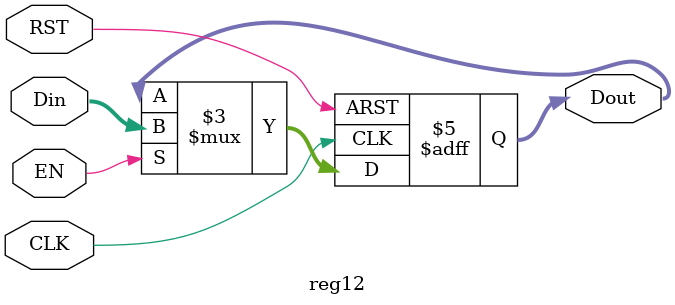
<source format=v>
`timescale 1ns / 1ps

module reg12(
    input [11:0] Din,
    input EN,
    input CLK,
    input RST,
    output reg [11:0] Dout
    );
    initial Dout <= 0;
    always @(posedge CLK or posedge RST) begin
        if (RST) Dout <= 0;
        else if (EN) Dout <= Din;
    end
endmodule

</source>
